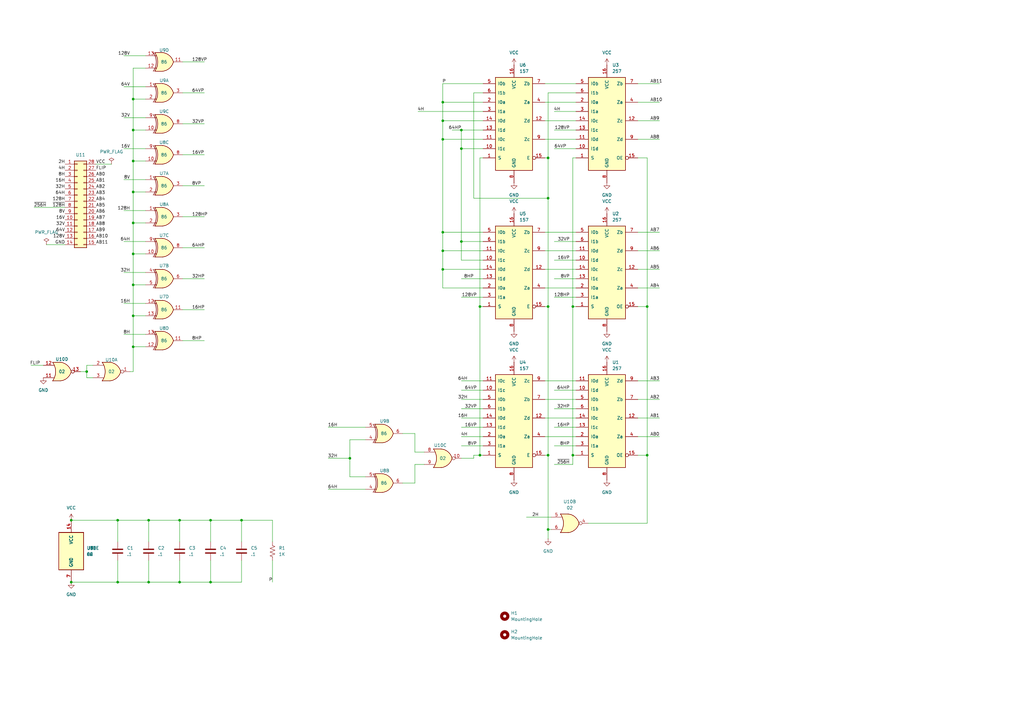
<source format=kicad_sch>
(kicad_sch (version 20231120) (generator "eeschema") (generator_version "8.0")
  (paper "A3")
  (lib_symbols
    (symbol "74LS157_1" (pin_names (offset 1.016))
      (property "Reference" "U4" (at 2.1941 22.86 0))
      (property "Value" "74LS157" (at 2.1941 20.32 0))
      (symbol "74LS157_1_1_0"
        (pin input line (at -12.7 -15.24 0) (length 5.08) (name "S") (number "1"))
        (pin input line (at -12.7 11.43 0) (length 5.08) (name "I1c") (number "10"))
        (pin input line (at -12.7 15.24 0) (length 5.08) (name "I0c") (number "11"))
        (pin output line (at 12.7 0 180) (length 5.08) (name "Zd") (number "12"))
        (pin input line (at -12.7 -3.81 0) (length 5.08) (name "I1d") (number "13"))
        (pin input line (at -12.7 0 0) (length 5.08) (name "I0d") (number "14"))
        (pin input inverted (at 12.7 -15.24 180) (length 5.08) (name "E") (number "15"))
        (pin power_in line (at 0 22.86 270) (length 5.08) (name "VCC") (number "16"))
        (pin input line (at -12.7 -7.62 0) (length 5.08) (name "I0a") (number "2"))
        (pin input line (at -12.7 -11.43 0) (length 5.08) (name "I1a") (number "3"))
        (pin output line (at 12.7 -7.62 180) (length 5.08) (name "Za") (number "4"))
        (pin input line (at -12.7 7.62 0) (length 5.08) (name "I0b") (number "5"))
        (pin input line (at -12.7 3.81 0) (length 5.08) (name "I1b") (number "6"))
        (pin output line (at 12.7 7.62 180) (length 5.08) (name "Zb") (number "7"))
        (pin power_in line (at 0 -25.4 90) (length 5.08) (name "GND") (number "8"))
        (pin output line (at 12.7 15.24 180) (length 5.08) (name "Zc") (number "9"))
      )
    )
    (symbol "74LS157_3" (pin_names (offset 1.016))
      (property "Reference" "U5" (at 2.1941 22.86 0))
      (property "Value" "74LS157" (at 2.1941 20.32 0))
      (symbol "74LS157_3_1_0"
        (pin input line (at -12.7 -15.24 0) (length 5.08) (name "S") (number "1"))
        (pin input line (at -12.7 3.81 0) (length 5.08) (name "I1c") (number "10"))
        (pin input line (at -12.7 7.62 0) (length 5.08) (name "I0c") (number "11"))
        (pin output line (at 12.7 0 180) (length 5.08) (name "Zd") (number "12"))
        (pin input line (at -12.7 -3.81 0) (length 5.08) (name "I1d") (number "13"))
        (pin input line (at -12.7 0 0) (length 5.08) (name "I0d") (number "14"))
        (pin input inverted (at 12.7 -15.24 180) (length 5.08) (name "E") (number "15"))
        (pin power_in line (at 0 22.86 270) (length 5.08) (name "VCC") (number "16"))
        (pin input line (at -12.7 -7.62 0) (length 5.08) (name "I0a") (number "2"))
        (pin input line (at -12.7 -11.43 0) (length 5.08) (name "I1a") (number "3"))
        (pin output line (at 12.7 -7.62 180) (length 5.08) (name "Za") (number "4"))
        (pin input line (at -12.7 15.24 0) (length 5.08) (name "I0b") (number "5"))
        (pin input line (at -12.7 11.43 0) (length 5.08) (name "I1b") (number "6"))
        (pin output line (at 12.7 15.24 180) (length 5.08) (name "Zb") (number "7"))
        (pin power_in line (at 0 -25.4 90) (length 5.08) (name "GND") (number "8"))
        (pin output line (at 12.7 7.62 180) (length 5.08) (name "Zc") (number "9"))
      )
    )
    (symbol "74LS257_1" (pin_names (offset 1.016))
      (property "Reference" "U2" (at 2.1941 22.86 0))
      (property "Value" "74LS257" (at 2.1941 20.32 0))
      (symbol "74LS257_1_1_0"
        (pin input line (at -12.7 -15.24 0) (length 5.08) (name "S") (number "1"))
        (pin input line (at -12.7 3.81 0) (length 5.08) (name "I1d") (number "10"))
        (pin input line (at -12.7 7.62 0) (length 5.08) (name "I0d") (number "11"))
        (pin tri_state line (at 12.7 0 180) (length 5.08) (name "Zc") (number "12"))
        (pin input line (at -12.7 -3.81 0) (length 5.08) (name "I1c") (number "13"))
        (pin input line (at -12.7 0 0) (length 5.08) (name "I0c") (number "14"))
        (pin input inverted (at 12.7 -15.24 180) (length 5.08) (name "OE") (number "15"))
        (pin power_in line (at 0 22.86 270) (length 5.08) (name "VCC") (number "16"))
        (pin input line (at -12.7 -7.62 0) (length 5.08) (name "I0a") (number "2"))
        (pin input line (at -12.7 -11.43 0) (length 5.08) (name "I1a") (number "3"))
        (pin tri_state line (at 12.7 -7.62 180) (length 5.08) (name "Za") (number "4"))
        (pin input line (at -12.7 15.24 0) (length 5.08) (name "I0b") (number "5"))
        (pin input line (at -12.7 11.43 0) (length 5.08) (name "I1b") (number "6"))
        (pin tri_state line (at 12.7 15.24 180) (length 5.08) (name "Zb") (number "7"))
        (pin power_in line (at 0 -25.4 90) (length 5.08) (name "GND") (number "8"))
        (pin tri_state line (at 12.7 7.62 180) (length 5.08) (name "Zd") (number "9"))
      )
    )
    (symbol "74LS257_2" (pin_names (offset 1.016))
      (property "Reference" "U1" (at 2.1941 22.86 0))
      (property "Value" "74LS257" (at 2.1941 20.32 0))
      (symbol "74LS257_2_1_0"
        (pin input line (at -12.7 -15.24 0) (length 5.08) (name "S") (number "1"))
        (pin input line (at -12.7 11.43 0) (length 5.08) (name "I1d") (number "10"))
        (pin input line (at -12.7 15.24 0) (length 5.08) (name "I0d") (number "11"))
        (pin tri_state line (at 12.7 0 180) (length 5.08) (name "Zc") (number "12"))
        (pin input line (at -12.7 -3.81 0) (length 5.08) (name "I1c") (number "13"))
        (pin input line (at -12.7 0 0) (length 5.08) (name "I0c") (number "14"))
        (pin input inverted (at 12.7 -15.24 180) (length 5.08) (name "OE") (number "15"))
        (pin power_in line (at 0 22.86 270) (length 5.08) (name "VCC") (number "16"))
        (pin input line (at -12.7 -7.62 0) (length 5.08) (name "I0a") (number "2"))
        (pin input line (at -12.7 -11.43 0) (length 5.08) (name "I1a") (number "3"))
        (pin tri_state line (at 12.7 -7.62 180) (length 5.08) (name "Za") (number "4"))
        (pin input line (at -12.7 7.62 0) (length 5.08) (name "I0b") (number "5"))
        (pin input line (at -12.7 3.81 0) (length 5.08) (name "I1b") (number "6"))
        (pin tri_state line (at 12.7 7.62 180) (length 5.08) (name "Zb") (number "7"))
        (pin power_in line (at 0 -25.4 90) (length 5.08) (name "GND") (number "8"))
        (pin tri_state line (at 12.7 15.24 180) (length 5.08) (name "Zd") (number "9"))
      )
    )
    (symbol "74xx:74LS02" (pin_names (offset 1.016))
      (property "Reference" "U" (at 0 1.27 0))
      (property "Value" "74LS02" (at 0 -1.27 0))
      (symbol "74LS02_1_1"
        (pin output inverted (at 7.62 0 180) (length 3.81) (name "~") (number "1"))
        (pin input line (at -7.62 2.54 0) (length 4.318) (name "~") (number "2"))
        (pin input line (at -7.62 -2.54 0) (length 4.318) (name "~") (number "3"))
      )
      (symbol "74LS02_1_2"
        (pin output line (at 7.62 0 180) (length 3.81) (name "~") (number "1"))
        (pin input inverted (at -7.62 2.54 0) (length 3.81) (name "~") (number "2"))
        (pin input inverted (at -7.62 -2.54 0) (length 3.81) (name "~") (number "3"))
      )
      (symbol "74LS02_2_1"
        (pin output inverted (at 7.62 0 180) (length 3.81) (name "~") (number "4"))
        (pin input line (at -7.62 2.54 0) (length 4.318) (name "~") (number "5"))
        (pin input line (at -7.62 -2.54 0) (length 4.318) (name "~") (number "6"))
      )
      (symbol "74LS02_2_2"
        (pin output line (at 7.62 0 180) (length 3.81) (name "~") (number "4"))
        (pin input inverted (at -7.62 2.54 0) (length 3.81) (name "~") (number "5"))
        (pin input inverted (at -7.62 -2.54 0) (length 3.81) (name "~") (number "6"))
      )
      (symbol "74LS02_3_1"
        (pin output inverted (at 7.62 0 180) (length 3.81) (name "~") (number "10"))
        (pin input line (at -7.62 2.54 0) (length 4.318) (name "~") (number "8"))
        (pin input line (at -7.62 -2.54 0) (length 4.318) (name "~") (number "9"))
      )
      (symbol "74LS02_3_2"
        (pin output line (at 7.62 0 180) (length 3.81) (name "~") (number "10"))
        (pin input inverted (at -7.62 2.54 0) (length 3.81) (name "~") (number "8"))
        (pin input inverted (at -7.62 -2.54 0) (length 3.81) (name "~") (number "9"))
      )
      (symbol "74LS02_4_1"
        (pin input line (at -7.62 2.54 0) (length 4.318) (name "~") (number "11"))
        (pin input line (at -7.62 -2.54 0) (length 4.318) (name "~") (number "12"))
        (pin output inverted (at 7.62 0 180) (length 3.81) (name "~") (number "13"))
      )
      (symbol "74LS02_4_2"
        (pin input inverted (at -7.62 2.54 0) (length 3.81) (name "~") (number "11"))
        (pin input inverted (at -7.62 -2.54 0) (length 3.81) (name "~") (number "12"))
        (pin output line (at 7.62 0 180) (length 3.81) (name "~") (number "13"))
      )
      (symbol "74LS02_5_0"
        (pin power_in line (at 0 12.7 270) (length 5.08) (name "VCC") (number "14"))
        (pin power_in line (at 0 -12.7 90) (length 5.08) (name "GND") (number "7"))
      )
    )
    (symbol "74xx:74LS86" (pin_names (offset 1.016))
      (property "Reference" "U" (at 0 1.27 0))
      (property "Value" "74LS86" (at 0 -1.27 0))
      (symbol "74LS86_1_0"
        (pin input line (at -7.62 2.54 0) (length 4.445) (name "~") (number "1"))
        (pin input line (at -7.62 -2.54 0) (length 4.445) (name "~") (number "2"))
        (pin output line (at 7.62 0 180) (length 3.81) (name "~") (number "3"))
      )
      (symbol "74LS86_2_0"
        (pin input line (at -7.62 2.54 0) (length 4.445) (name "~") (number "4"))
        (pin input line (at -7.62 -2.54 0) (length 4.445) (name "~") (number "5"))
        (pin output line (at 7.62 0 180) (length 3.81) (name "~") (number "6"))
      )
      (symbol "74LS86_3_0"
        (pin input line (at -7.62 -2.54 0) (length 4.445) (name "~") (number "10"))
        (pin output line (at 7.62 0 180) (length 3.81) (name "~") (number "8"))
        (pin input line (at -7.62 2.54 0) (length 4.445) (name "~") (number "9"))
      )
      (symbol "74LS86_4_0"
        (pin output line (at 7.62 0 180) (length 3.81) (name "~") (number "11"))
        (pin input line (at -7.62 2.54 0) (length 4.445) (name "~") (number "12"))
        (pin input line (at -7.62 -2.54 0) (length 4.445) (name "~") (number "13"))
      )
      (symbol "74LS86_5_0"
        (pin power_in line (at 0 12.7 270) (length 5.08) (name "VCC") (number "14"))
        (pin power_in line (at 0 -12.7 90) (length 5.08) (name "GND") (number "7"))
      )
    )
    (symbol "Connector_Generic:Conn_02x14_Counter_Clockwise" (pin_names (offset 1.016) hide)
      (property "Reference" "J" (at 1.27 17.78 0))
      (property "Value" "Conn_02x14_Counter_Clockwise" (at 1.27 -20.32 0))
      (symbol "Conn_02x14_Counter_Clockwise_1_1"
        (pin passive line (at -5.08 15.24 0) (length 3.81) (name "Pin_1") (number "1"))
        (pin passive line (at -5.08 -7.62 0) (length 3.81) (name "Pin_10") (number "10"))
        (pin passive line (at -5.08 -10.16 0) (length 3.81) (name "Pin_11") (number "11"))
        (pin passive line (at -5.08 -12.7 0) (length 3.81) (name "Pin_12") (number "12"))
        (pin passive line (at -5.08 -15.24 0) (length 3.81) (name "Pin_13") (number "13"))
        (pin passive line (at -5.08 -17.78 0) (length 3.81) (name "Pin_14") (number "14"))
        (pin passive line (at 7.62 -17.78 180) (length 3.81) (name "Pin_15") (number "15"))
        (pin passive line (at 7.62 -15.24 180) (length 3.81) (name "Pin_16") (number "16"))
        (pin passive line (at 7.62 -12.7 180) (length 3.81) (name "Pin_17") (number "17"))
        (pin passive line (at 7.62 -10.16 180) (length 3.81) (name "Pin_18") (number "18"))
        (pin passive line (at 7.62 -7.62 180) (length 3.81) (name "Pin_19") (number "19"))
        (pin passive line (at -5.08 12.7 0) (length 3.81) (name "Pin_2") (number "2"))
        (pin passive line (at 7.62 -5.08 180) (length 3.81) (name "Pin_20") (number "20"))
        (pin passive line (at 7.62 -2.54 180) (length 3.81) (name "Pin_21") (number "21"))
        (pin passive line (at 7.62 0 180) (length 3.81) (name "Pin_22") (number "22"))
        (pin passive line (at 7.62 2.54 180) (length 3.81) (name "Pin_23") (number "23"))
        (pin passive line (at 7.62 5.08 180) (length 3.81) (name "Pin_24") (number "24"))
        (pin passive line (at 7.62 7.62 180) (length 3.81) (name "Pin_25") (number "25"))
        (pin passive line (at 7.62 10.16 180) (length 3.81) (name "Pin_26") (number "26"))
        (pin passive line (at 7.62 12.7 180) (length 3.81) (name "Pin_27") (number "27"))
        (pin passive line (at 7.62 15.24 180) (length 3.81) (name "Pin_28") (number "28"))
        (pin passive line (at -5.08 10.16 0) (length 3.81) (name "Pin_3") (number "3"))
        (pin passive line (at -5.08 7.62 0) (length 3.81) (name "Pin_4") (number "4"))
        (pin passive line (at -5.08 5.08 0) (length 3.81) (name "Pin_5") (number "5"))
        (pin passive line (at -5.08 2.54 0) (length 3.81) (name "Pin_6") (number "6"))
        (pin passive line (at -5.08 0 0) (length 3.81) (name "Pin_7") (number "7"))
        (pin passive line (at -5.08 -2.54 0) (length 3.81) (name "Pin_8") (number "8"))
        (pin passive line (at -5.08 -5.08 0) (length 3.81) (name "Pin_9") (number "9"))
      )
    )
    (symbol "Device:C" (pin_numbers hide) (pin_names (offset 0.254))
      (property "Reference" "C" (at 0.635 2.54 0))
      (property "Value" "C" (at 0.635 -2.54 0))
      (symbol "C_1_1"
        (pin passive line (at 0 3.81 270) (length 2.794) (name "~") (number "1"))
        (pin passive line (at 0 -3.81 90) (length 2.794) (name "~") (number "2"))
      )
    )
    (symbol "Device:R_US" (pin_numbers hide) (pin_names (offset 0))
      (property "Reference" "R" (at 2.54 0 90))
      (property "Value" "R_US" (at -2.54 0 90))
      (symbol "R_US_1_1"
        (pin passive line (at 0 3.81 270) (length 1.27) (name "~") (number "1"))
        (pin passive line (at 0 -3.81 90) (length 1.27) (name "~") (number "2"))
      )
    )
    (symbol "Mechanical:MountingHole" (pin_names (offset 1.016)) (exclude_from_sim yes) (in_bom no)
      (property "Reference" "H" (at 0 5.08 0))
      (property "Value" "MountingHole" (at 0 3.175 0))
    )
    (symbol "VRAMLIB:74LS157" (pin_names (offset 1.016))
      (property "Reference" "U" (at -7.62 19.05 0))
      (property "Value" "74LS157" (at -7.62 -21.59 0))
      (symbol "74LS157_1_0"
        (pin input line (at -12.7 -15.24 0) (length 5.08) (name "S") (number "1"))
        (pin input line (at -12.7 -11.43 0) (length 5.08) (name "I1c") (number "10"))
        (pin input line (at -12.7 -7.62 0) (length 5.08) (name "I0c") (number "11"))
        (pin output line (at 12.7 0 180) (length 5.08) (name "Zd") (number "12"))
        (pin input line (at -12.7 -3.81 0) (length 5.08) (name "I1d") (number "13"))
        (pin input line (at -12.7 0 0) (length 5.08) (name "I0d") (number "14"))
        (pin input inverted (at 12.7 -15.24 180) (length 5.08) (name "E") (number "15"))
        (pin power_in line (at 0 22.86 270) (length 5.08) (name "VCC") (number "16"))
        (pin input line (at -12.7 7.62 0) (length 5.08) (name "I0a") (number "2"))
        (pin input line (at -12.7 3.81 0) (length 5.08) (name "I1a") (number "3"))
        (pin output line (at 12.7 7.62 180) (length 5.08) (name "Za") (number "4"))
        (pin input line (at -12.7 15.24 0) (length 5.08) (name "I0b") (number "5"))
        (pin input line (at -12.7 11.43 0) (length 5.08) (name "I1b") (number "6"))
        (pin output line (at 12.7 15.24 180) (length 5.08) (name "Zb") (number "7"))
        (pin power_in line (at 0 -25.4 90) (length 5.08) (name "GND") (number "8"))
        (pin output line (at 12.7 -7.62 180) (length 5.08) (name "Zc") (number "9"))
      )
    )
    (symbol "VRAMLIB:74LS257" (pin_names (offset 1.016))
      (property "Reference" "U3" (at 2.1941 22.86 0))
      (property "Value" "74LS257" (at 2.1941 20.32 0))
      (symbol "74LS257_1_0"
        (pin input line (at -12.7 -15.24 0) (length 5.08) (name "S") (number "1"))
        (pin input line (at -12.7 -11.43 0) (length 5.08) (name "I1d") (number "10"))
        (pin input line (at -12.7 -7.62 0) (length 5.08) (name "I0d") (number "11"))
        (pin tri_state line (at 12.7 0 180) (length 5.08) (name "Zc") (number "12"))
        (pin input line (at -12.7 -3.81 0) (length 5.08) (name "I1c") (number "13"))
        (pin input line (at -12.7 0 0) (length 5.08) (name "I0c") (number "14"))
        (pin input inverted (at 12.7 -15.24 180) (length 5.08) (name "OE") (number "15"))
        (pin power_in line (at 0 22.86 270) (length 5.08) (name "VCC") (number "16"))
        (pin input line (at -12.7 7.62 0) (length 5.08) (name "I0a") (number "2"))
        (pin input line (at -12.7 3.81 0) (length 5.08) (name "I1a") (number "3"))
        (pin tri_state line (at 12.7 7.62 180) (length 5.08) (name "Za") (number "4"))
        (pin input line (at -12.7 15.24 0) (length 5.08) (name "I0b") (number "5"))
        (pin input line (at -12.7 11.43 0) (length 5.08) (name "I1b") (number "6"))
        (pin tri_state line (at 12.7 15.24 180) (length 5.08) (name "Zb") (number "7"))
        (pin power_in line (at 0 -25.4 90) (length 5.08) (name "GND") (number "8"))
        (pin tri_state line (at 12.7 -7.62 180) (length 5.08) (name "Zd") (number "9"))
      )
    )
    (symbol "power:GND" (power) (pin_numbers hide) (pin_names (offset 0) hide)
      (property "Value" "GND" (at 0 -3.81 0))
      (symbol "GND_1_1"
        (pin power_in line (at 0 0 270) (length 0) (name "~") (number "1"))
      )
    )
    (symbol "power:PWR_FLAG" (power) (pin_numbers hide) (pin_names (offset 0) hide)
      (property "Value" "PWR_FLAG" (at 0 3.81 0))
      (symbol "PWR_FLAG_0_0"
        (pin power_out line (at 0 0 90) (length 0) (name "~") (number "1"))
      )
    )
    (symbol "power:VCC" (power) (pin_numbers hide) (pin_names (offset 0) hide)
      (property "Value" "VCC" (at 0 3.556 0))
      (symbol "VCC_1_1"
        (pin power_in line (at 0 0 90) (length 0) (name "~") (number "1"))
      )
    )
  )
  (junction (at 29.21 238.76))
  (junction (at 189.23 60.96))
  (junction (at 54.61 129.54))
  (junction (at 265.43 186.69))
  (junction (at 86.36 238.76))
  (junction (at 234.95 125.73))
  (junction (at 181.61 95.25))
  (junction (at 54.61 91.44))
  (junction (at 265.43 125.73))
  (junction (at 54.61 66.04))
  (junction (at 54.61 116.84))
  (junction (at 224.79 217.17))
  (junction (at 48.26 238.76))
  (junction (at 189.23 99.06))
  (junction (at 234.95 186.69))
  (junction (at 73.66 238.76))
  (junction (at 73.66 213.36))
  (junction (at 60.96 238.76))
  (junction (at 224.79 64.77))
  (junction (at 189.23 53.34))
  (junction (at 86.36 213.36))
  (junction (at 35.56 152.4))
  (junction (at 196.85 186.69))
  (junction (at 48.26 213.36))
  (junction (at 54.61 53.34))
  (junction (at 54.61 78.74))
  (junction (at 181.61 49.53))
  (junction (at 29.21 213.36))
  (junction (at 54.61 104.14))
  (junction (at 60.96 213.36))
  (junction (at 196.85 125.73))
  (junction (at 181.61 110.49))
  (junction (at 54.61 142.24))
  (junction (at 224.79 81.28))
  (junction (at 99.06 213.36))
  (junction (at 54.61 40.64))
  (junction (at 181.61 57.15))
  (junction (at 181.61 102.87))
  (junction (at 224.79 186.69))
  (junction (at 181.61 41.91))
  (junction (at 143.51 187.96))
  (junction (at 224.79 125.73))
  (wire (pts (xy 181.61 102.87) (xy 198.12 102.87)))
  (wire (pts (xy 181.61 110.49) (xy 181.61 118.11)))
  (wire (pts (xy 261.62 34.29) (xy 270.51 34.29)))
  (wire (pts (xy 223.52 57.15) (xy 236.22 57.15)))
  (wire (pts (xy 134.62 187.96) (xy 143.51 187.96)))
  (wire (pts (xy 181.61 41.91) (xy 181.61 49.53)))
  (wire (pts (xy 143.51 180.34) (xy 143.51 187.96)))
  (wire (pts (xy 86.36 213.36) (xy 99.06 213.36)))
  (wire (pts (xy 198.12 64.77) (xy 196.85 64.77)))
  (wire (pts (xy 194.31 81.28) (xy 194.31 38.1)))
  (wire (pts (xy 189.23 175.26) (xy 198.12 175.26)))
  (wire (pts (xy 170.18 198.12) (xy 170.18 190.5)))
  (wire (pts (xy 181.61 41.91) (xy 198.12 41.91)))
  (wire (pts (xy 149.86 180.34) (xy 143.51 180.34)))
  (wire (pts (xy 185.42 53.34) (xy 189.23 53.34)))
  (wire (pts (xy 189.23 114.3) (xy 198.12 114.3)))
  (wire (pts (xy 60.96 213.36) (xy 60.96 222.25)))
  (wire (pts (xy 54.61 91.44) (xy 54.61 104.14)))
  (wire (pts (xy 224.79 81.28) (xy 194.31 81.28)))
  (wire (pts (xy 224.79 81.28) (xy 224.79 125.73)))
  (wire (pts (xy 50.8 22.86) (xy 59.69 22.86)))
  (wire (pts (xy 261.62 118.11) (xy 270.51 118.11)))
  (wire (pts (xy 50.8 99.06) (xy 59.69 99.06)))
  (wire (pts (xy 54.61 142.24) (xy 59.69 142.24)))
  (wire (pts (xy 74.93 76.2) (xy 83.82 76.2)))
  (wire (pts (xy 227.33 106.68) (xy 236.22 106.68)))
  (wire (pts (xy 227.33 190.5) (xy 234.95 190.5)))
  (wire (pts (xy 35.56 154.94) (xy 38.1 154.94)))
  (wire (pts (xy 54.61 40.64) (xy 54.61 53.34)))
  (wire (pts (xy 143.51 195.58) (xy 149.86 195.58)))
  (wire (pts (xy 189.23 156.21) (xy 198.12 156.21)))
  (wire (pts (xy 170.18 185.42) (xy 173.99 185.42)))
  (wire (pts (xy 54.61 116.84) (xy 54.61 129.54)))
  (wire (pts (xy 54.61 78.74) (xy 59.69 78.74)))
  (wire (pts (xy 33.02 152.4) (xy 35.56 152.4)))
  (wire (pts (xy 86.36 229.87) (xy 86.36 238.76)))
  (wire (pts (xy 35.56 149.86) (xy 35.56 152.4)))
  (wire (pts (xy 261.62 156.21) (xy 270.51 156.21)))
  (wire (pts (xy 59.69 27.94) (xy 54.61 27.94)))
  (wire (pts (xy 74.93 25.4) (xy 83.82 25.4)))
  (wire (pts (xy 189.23 106.68) (xy 198.12 106.68)))
  (wire (pts (xy 73.66 238.76) (xy 86.36 238.76)))
  (wire (pts (xy 74.93 38.1) (xy 83.82 38.1)))
  (wire (pts (xy 194.31 186.69) (xy 196.85 186.69)))
  (wire (pts (xy 189.23 99.06) (xy 189.23 106.68)))
  (wire (pts (xy 181.61 57.15) (xy 181.61 95.25)))
  (wire (pts (xy 261.62 95.25) (xy 270.51 95.25)))
  (wire (pts (xy 143.51 187.96) (xy 143.51 195.58)))
  (wire (pts (xy 265.43 64.77) (xy 265.43 125.73)))
  (wire (pts (xy 261.62 179.07) (xy 270.51 179.07)))
  (wire (pts (xy 227.33 45.72) (xy 236.22 45.72)))
  (wire (pts (xy 227.33 121.92) (xy 236.22 121.92)))
  (wire (pts (xy 189.23 182.88) (xy 198.12 182.88)))
  (wire (pts (xy 223.52 171.45) (xy 236.22 171.45)))
  (wire (pts (xy 50.8 73.66) (xy 59.69 73.66)))
  (wire (pts (xy 54.61 53.34) (xy 54.61 66.04)))
  (wire (pts (xy 227.33 53.34) (xy 236.22 53.34)))
  (wire (pts (xy 54.61 91.44) (xy 59.69 91.44)))
  (wire (pts (xy 189.23 53.34) (xy 189.23 60.96)))
  (wire (pts (xy 74.93 127) (xy 83.82 127)))
  (wire (pts (xy 74.93 139.7) (xy 83.82 139.7)))
  (wire (pts (xy 189.23 167.64) (xy 198.12 167.64)))
  (wire (pts (xy 189.23 121.92) (xy 198.12 121.92)))
  (wire (pts (xy 223.52 179.07) (xy 236.22 179.07)))
  (wire (pts (xy 54.61 27.94) (xy 54.61 40.64)))
  (wire (pts (xy 261.62 57.15) (xy 270.51 57.15)))
  (wire (pts (xy 227.33 182.88) (xy 236.22 182.88)))
  (wire (pts (xy 54.61 116.84) (xy 59.69 116.84)))
  (wire (pts (xy 224.79 38.1) (xy 224.79 64.77)))
  (wire (pts (xy 48.26 213.36) (xy 48.26 222.25)))
  (wire (pts (xy 54.61 53.34) (xy 59.69 53.34)))
  (wire (pts (xy 74.93 101.6) (xy 83.82 101.6)))
  (wire (pts (xy 54.61 78.74) (xy 54.61 91.44)))
  (wire (pts (xy 189.23 99.06) (xy 198.12 99.06)))
  (wire (pts (xy 227.33 160.02) (xy 236.22 160.02)))
  (wire (pts (xy 134.62 200.66) (xy 149.86 200.66)))
  (wire (pts (xy 223.52 34.29) (xy 236.22 34.29)))
  (wire (pts (xy 189.23 179.07) (xy 198.12 179.07)))
  (wire (pts (xy 236.22 38.1) (xy 224.79 38.1)))
  (wire (pts (xy 170.18 177.8) (xy 170.18 185.42)))
  (wire (pts (xy 196.85 125.73) (xy 198.12 125.73)))
  (wire (pts (xy 73.66 213.36) (xy 73.66 222.25)))
  (wire (pts (xy 181.61 49.53) (xy 198.12 49.53)))
  (wire (pts (xy 53.34 152.4) (xy 54.61 152.4)))
  (wire (pts (xy 50.8 35.56) (xy 59.69 35.56)))
  (wire (pts (xy 99.06 213.36) (xy 111.76 213.36)))
  (wire (pts (xy 189.23 187.96) (xy 194.31 187.96)))
  (wire (pts (xy 189.23 163.83) (xy 198.12 163.83)))
  (wire (pts (xy 50.8 111.76) (xy 59.69 111.76)))
  (wire (pts (xy 261.62 163.83) (xy 270.51 163.83)))
  (wire (pts (xy 223.52 95.25) (xy 236.22 95.25)))
  (wire (pts (xy 35.56 152.4) (xy 35.56 154.94)))
  (wire (pts (xy 29.21 238.76) (xy 48.26 238.76)))
  (wire (pts (xy 60.96 229.87) (xy 60.96 238.76)))
  (wire (pts (xy 181.61 34.29) (xy 198.12 34.29)))
  (wire (pts (xy 189.23 171.45) (xy 198.12 171.45)))
  (wire (pts (xy 265.43 214.63) (xy 265.43 186.69)))
  (wire (pts (xy 223.52 110.49) (xy 236.22 110.49)))
  (wire (pts (xy 54.61 129.54) (xy 54.61 142.24)))
  (wire (pts (xy 194.31 38.1) (xy 198.12 38.1)))
  (wire (pts (xy 86.36 213.36) (xy 86.36 222.25)))
  (wire (pts (xy 224.79 125.73) (xy 223.52 125.73)))
  (wire (pts (xy 227.33 175.26) (xy 236.22 175.26)))
  (wire (pts (xy 261.62 64.77) (xy 265.43 64.77)))
  (wire (pts (xy 181.61 95.25) (xy 198.12 95.25)))
  (wire (pts (xy 54.61 40.64) (xy 59.69 40.64)))
  (wire (pts (xy 54.61 129.54) (xy 59.69 129.54)))
  (wire (pts (xy 234.95 186.69) (xy 236.22 186.69)))
  (wire (pts (xy 54.61 66.04) (xy 54.61 78.74)))
  (wire (pts (xy 111.76 213.36) (xy 111.76 222.25)))
  (wire (pts (xy 261.62 41.91) (xy 270.51 41.91)))
  (wire (pts (xy 29.21 213.36) (xy 48.26 213.36)))
  (wire (pts (xy 50.8 86.36) (xy 59.69 86.36)))
  (wire (pts (xy 234.95 186.69) (xy 234.95 190.5)))
  (wire (pts (xy 223.52 163.83) (xy 236.22 163.83)))
  (wire (pts (xy 50.8 137.16) (xy 59.69 137.16)))
  (wire (pts (xy 265.43 125.73) (xy 261.62 125.73)))
  (wire (pts (xy 48.26 213.36) (xy 60.96 213.36)))
  (wire (pts (xy 181.61 110.49) (xy 198.12 110.49)))
  (wire (pts (xy 50.8 60.96) (xy 59.69 60.96)))
  (wire (pts (xy 189.23 60.96) (xy 198.12 60.96)))
  (wire (pts (xy 265.43 125.73) (xy 265.43 186.69)))
  (wire (pts (xy 99.06 229.87) (xy 99.06 238.76)))
  (wire (pts (xy 189.23 53.34) (xy 198.12 53.34)))
  (wire (pts (xy 196.85 64.77) (xy 196.85 125.73)))
  (wire (pts (xy 12.7 149.86) (xy 17.78 149.86)))
  (wire (pts (xy 73.66 213.36) (xy 86.36 213.36)))
  (wire (pts (xy 73.66 229.87) (xy 73.66 238.76)))
  (wire (pts (xy 227.33 114.3) (xy 236.22 114.3)))
  (wire (pts (xy 170.18 190.5) (xy 173.99 190.5)))
  (wire (pts (xy 54.61 152.4) (xy 54.61 142.24)))
  (wire (pts (xy 74.93 114.3) (xy 83.82 114.3)))
  (wire (pts (xy 223.52 118.11) (xy 236.22 118.11)))
  (wire (pts (xy 241.3 214.63) (xy 265.43 214.63)))
  (wire (pts (xy 54.61 66.04) (xy 59.69 66.04)))
  (wire (pts (xy 181.61 102.87) (xy 181.61 110.49)))
  (wire (pts (xy 224.79 125.73) (xy 224.79 186.69)))
  (wire (pts (xy 189.23 60.96) (xy 189.23 99.06)))
  (wire (pts (xy 261.62 186.69) (xy 265.43 186.69)))
  (wire (pts (xy 224.79 64.77) (xy 224.79 81.28)))
  (wire (pts (xy 261.62 49.53) (xy 270.51 49.53)))
  (wire (pts (xy 236.22 64.77) (xy 234.95 64.77)))
  (wire (pts (xy 224.79 217.17) (xy 224.79 220.98)))
  (wire (pts (xy 224.79 217.17) (xy 226.06 217.17)))
  (wire (pts (xy 13.97 85.09) (xy 26.67 85.09)))
  (wire (pts (xy 223.52 102.87) (xy 236.22 102.87)))
  (wire (pts (xy 165.1 198.12) (xy 170.18 198.12)))
  (wire (pts (xy 181.61 34.29) (xy 181.61 41.91)))
  (wire (pts (xy 111.76 229.87) (xy 111.76 238.76)))
  (wire (pts (xy 227.33 167.64) (xy 236.22 167.64)))
  (wire (pts (xy 234.95 125.73) (xy 234.95 186.69)))
  (wire (pts (xy 223.52 41.91) (xy 236.22 41.91)))
  (wire (pts (xy 54.61 104.14) (xy 59.69 104.14)))
  (wire (pts (xy 261.62 110.49) (xy 270.51 110.49)))
  (wire (pts (xy 234.95 64.77) (xy 234.95 125.73)))
  (wire (pts (xy 165.1 177.8) (xy 170.18 177.8)))
  (wire (pts (xy 223.52 156.21) (xy 236.22 156.21)))
  (wire (pts (xy 86.36 238.76) (xy 99.06 238.76)))
  (wire (pts (xy 38.1 149.86) (xy 35.56 149.86)))
  (wire (pts (xy 99.06 213.36) (xy 99.06 222.25)))
  (wire (pts (xy 39.37 67.31) (xy 45.72 67.31)))
  (wire (pts (xy 224.79 186.69) (xy 224.79 217.17)))
  (wire (pts (xy 74.93 88.9) (xy 83.82 88.9)))
  (wire (pts (xy 60.96 238.76) (xy 73.66 238.76)))
  (wire (pts (xy 48.26 238.76) (xy 60.96 238.76)))
  (wire (pts (xy 74.93 50.8) (xy 83.82 50.8)))
  (wire (pts (xy 48.26 229.87) (xy 48.26 238.76)))
  (wire (pts (xy 19.05 100.33) (xy 26.67 100.33)))
  (wire (pts (xy 224.79 186.69) (xy 223.52 186.69)))
  (wire (pts (xy 181.61 118.11) (xy 198.12 118.11)))
  (wire (pts (xy 196.85 125.73) (xy 196.85 186.69)))
  (wire (pts (xy 181.61 95.25) (xy 181.61 102.87)))
  (wire (pts (xy 215.9 212.09) (xy 226.06 212.09)))
  (wire (pts (xy 194.31 187.96) (xy 194.31 186.69)))
  (wire (pts (xy 74.93 63.5) (xy 83.82 63.5)))
  (wire (pts (xy 50.8 48.26) (xy 59.69 48.26)))
  (wire (pts (xy 189.23 160.02) (xy 198.12 160.02)))
  (wire (pts (xy 54.61 104.14) (xy 54.61 116.84)))
  (wire (pts (xy 261.62 102.87) (xy 270.51 102.87)))
  (wire (pts (xy 181.61 49.53) (xy 181.61 57.15)))
  (wire (pts (xy 236.22 125.73) (xy 234.95 125.73)))
  (wire (pts (xy 223.52 49.53) (xy 236.22 49.53)))
  (wire (pts (xy 134.62 175.26) (xy 149.86 175.26)))
  (wire (pts (xy 261.62 171.45) (xy 270.51 171.45)))
  (wire (pts (xy 60.96 213.36) (xy 73.66 213.36)))
  (wire (pts (xy 181.61 57.15) (xy 198.12 57.15)))
  (wire (pts (xy 50.8 124.46) (xy 59.69 124.46)))
  (wire (pts (xy 227.33 60.96) (xy 236.22 60.96)))
  (wire (pts (xy 224.79 64.77) (xy 223.52 64.77)))
  (wire (pts (xy 227.33 99.06) (xy 236.22 99.06)))
  (wire (pts (xy 171.45 45.72) (xy 198.12 45.72)))
  (wire (pts (xy 196.85 186.69) (xy 198.12 186.69)))
  (label "32H" (at 53.34 111.76 180))
  (label "GND" (at 26.67 100.33 180))
  (label "64HP" (at 233.68 160.02 180))
  (label "16HP" (at 233.68 175.26 180))
  (label "AB1" (at 39.37 74.93 0))
  (label "AB2" (at 266.7 163.83 0))
  (label "32HP" (at 233.68 167.64 180))
  (label "32HP" (at 78.74 114.3 0))
  (label "AB8" (at 266.7 57.15 0))
  (label "AB3" (at 39.37 80.01 0))
  (label "P" (at 182.88 34.29 180))
  (label "~{128H}" (at 26.67 85.09 180))
  (label "FLIP" (at 16.51 149.86 180))
  (label "64V" (at 26.67 95.25 180))
  (label "64VP" (at 195.58 160.02 180))
  (label "8VP" (at 233.68 114.3 180))
  (label "32VP" (at 195.58 167.64 180))
  (label "2H" (at 26.67 67.31 180))
  (label "16HP" (at 78.74 127 0))
  (label "16H" (at 53.34 124.46 180))
  (label "128HP" (at 233.68 121.92 180))
  (label "AB7" (at 266.7 95.25 0))
  (label "~{256H}" (at 233.68 190.5 180))
  (label "FLIP" (at 39.37 69.85 0))
  (label "8VP" (at 195.58 182.88 180))
  (label "16H" (at 191.77 171.45 180))
  (label "AB1" (at 266.7 171.45 0))
  (label "128VP" (at 195.58 121.92 180))
  (label "128H" (at 26.67 82.55 180))
  (label "32H" (at 26.67 77.47 180))
  (label "16VP" (at 195.58 175.26 180))
  (label "4H" (at 229.87 45.72 180))
  (label "8H" (at 53.34 137.16 180))
  (label "AB9" (at 266.7 49.53 0))
  (label "AB10" (at 39.37 97.79 0))
  (label "AB11" (at 266.7 34.29 0))
  (label "AB0" (at 266.7 179.07 0))
  (label "AB11" (at 39.37 100.33 0))
  (label "128H" (at 53.34 86.36 180))
  (label "128V" (at 53.34 22.86 180))
  (label "16VP" (at 78.74 63.5 0))
  (label "AB6" (at 39.37 87.63 0))
  (label "8HP" (at 78.74 139.7 0))
  (label "16V" (at 26.67 90.17 180))
  (label "AB10" (at 266.7 41.91 0))
  (label "8V" (at 26.67 87.63 180))
  (label "128VP" (at 233.68 53.34 180))
  (label "AB9" (at 39.37 95.25 0))
  (label "8HP" (at 233.68 182.88 180))
  (label "~{256H}" (at 19.05 85.09 180))
  (label "2H" (at 220.98 212.09 180))
  (label "32H" (at 138.43 187.96 180))
  (label "32V" (at 26.67 92.71 180))
  (label "8H" (at 26.67 72.39 180))
  (label "128HP" (at 78.74 88.9 0))
  (label "AB7" (at 39.37 90.17 0))
  (label "16VP" (at 233.68 106.68 180))
  (label "4H" (at 26.67 69.85 180))
  (label "AB0" (at 39.37 72.39 0))
  (label "64H" (at 53.34 99.06 180))
  (label "VCC" (at 39.37 67.31 0))
  (label "64VP" (at 227.33 60.96 0))
  (label "64HP" (at 78.74 101.6 0))
  (label "16H" (at 138.43 175.26 180))
  (label "AB5" (at 266.7 110.49 0))
  (label "128V" (at 26.67 97.79 180))
  (label "AB8" (at 39.37 92.71 0))
  (label "8HP" (at 194.31 114.3 180))
  (label "16V" (at 53.34 60.96 180))
  (label "AB4" (at 266.7 118.11 0))
  (label "64H" (at 191.77 156.21 180))
  (label "128VP" (at 78.74 25.4 0))
  (label "64HP" (at 189.23 53.34 180))
  (label "8VP" (at 78.74 76.2 0))
  (label "16H" (at 26.67 74.93 180))
  (label "32VP" (at 78.74 50.8 0))
  (label "AB4" (at 39.37 82.55 0))
  (label "4H" (at 173.99 45.72 180))
  (label "AB3" (at 266.7 156.21 0))
  (label "AB6" (at 266.7 102.87 0))
  (label "64V" (at 53.34 35.56 180))
  (label "32V" (at 53.34 48.26 180))
  (label "32H" (at 191.77 163.83 180))
  (label "4H" (at 191.77 179.07 180))
  (label "8V" (at 53.34 73.66 180))
  (label "P" (at 111.76 238.76 180))
  (label "32VP" (at 233.68 99.06 180))
  (label "64H" (at 26.67 80.01 180))
  (label "AB2" (at 39.37 77.47 0))
  (label "64H" (at 138.43 200.66 180))
  (label "AB5" (at 39.37 85.09 0))
  (label "64VP" (at 78.74 38.1 0))
  (symbol (lib_id "power:GND") (at 210.82 74.93 0) (unit 1)
    (property "Reference" "#PWR016" (effects (hide yes)))
    (property "Value" "GND" (at 210.82 80.01 0))
    (property "Description" "Power symbol creates a global label with name \"GND\" , ground" (effects (hide yes)))
  )
  (symbol (lib_id "74xx:74LS02") (at 29.21 226.06 0) (unit 5)
    (property "Reference" "U10" (at 35.56 224.7899 0) (effects (justify left)))
    (property "Value" "02" (at 35.56 227.3299 0) (effects (justify left)))
    (property "Footprint" "Package_DIP:DIP-14_W7.62mm_LongPads" (effects (hide yes)))
    (property "Datasheet" "http://www.ti.com/lit/gpn/sn74ls02" (effects (hide yes)))
    (property "Description" "quad 2-input NOR gate" (effects (hide yes)))
  )
  (symbol (lib_id "power:GND") (at 210.82 135.89 0) (unit 1)
    (property "Reference" "#PWR014" (effects (hide yes)))
    (property "Value" "GND" (at 210.82 140.97 0))
    (property "Description" "Power symbol creates a global label with name \"GND\" , ground" (effects (hide yes)))
  )
  (symbol (lib_id "Mechanical:MountingHole") (at 207.01 260.35 0) (unit 1) (exclude_from_sim yes) (in_bom no)
    (property "Reference" "H2" (at 209.55 259.0799 0) (effects (justify left)))
    (property "Value" "MountingHole" (at 209.55 261.6199 0) (effects (justify left)))
    (property "Footprint" "MountingHole:MountingHole_3mm" (effects (hide yes)))
    (property "Description" "Mounting Hole without connection" (effects (hide yes)))
  )
  (symbol (lib_id "power:VCC") (at 248.92 26.67 0) (unit 1)
    (property "Reference" "#PWR03" (effects (hide yes)))
    (property "Value" "VCC" (at 248.92 21.59 0))
    (property "Description" "Power symbol creates a global label with name \"VCC\"" (effects (hide yes)))
  )
  (symbol (lib_id "74xx:74LS86") (at 67.31 127 0) (unit 4)
    (property "Reference" "U7" (at 67.31 121.666 0))
    (property "Value" "86" (at 67.31 127 0))
    (property "Footprint" "Package_DIP:DIP-14_W7.62mm_LongPads" (effects (hide yes)))
    (property "Datasheet" "74xx/74ls86.pdf" (effects (hide yes)))
    (property "Description" "Quad 2-input XOR" (effects (hide yes)))
  )
  (symbol (lib_id "74xx:74LS02") (at 45.72 152.4 0) (unit 1)
    (property "Reference" "U10" (at 45.72 147.574 0))
    (property "Value" "02" (at 45.72 152.4 0))
    (property "Footprint" "Package_DIP:DIP-14_W7.62mm_LongPads" (effects (hide yes)))
    (property "Datasheet" "http://www.ti.com/lit/gpn/sn74ls02" (effects (hide yes)))
    (property "Description" "quad 2-input NOR gate" (effects (hide yes)))
  )
  (symbol (lib_id "power:VCC") (at 29.21 213.36 0) (unit 1)
    (property "Reference" "#PWR09" (effects (hide yes)))
    (property "Value" "VCC" (at 29.21 208.28 0))
    (property "Description" "Power symbol creates a global label with name \"VCC\"" (effects (hide yes)))
  )
  (symbol (lib_id "74xx:74LS86") (at 67.31 63.5 0) (unit 3)
    (property "Reference" "U8" (at 67.31 58.42 0))
    (property "Value" "86" (at 67.31 63.5 0))
    (property "Footprint" "Package_DIP:DIP-14_W7.62mm_LongPads" (effects (hide yes)))
    (property "Datasheet" "74xx/74ls86.pdf" (effects (hide yes)))
    (property "Description" "Quad 2-input XOR" (effects (hide yes)))
  )
  (symbol (lib_id "power:VCC") (at 248.92 87.63 0) (unit 1)
    (property "Reference" "#PWR05" (effects (hide yes)))
    (property "Value" "VCC" (at 248.92 82.55 0))
    (property "Description" "Power symbol creates a global label with name \"VCC\"" (effects (hide yes)))
  )
  (symbol (lib_id "power:GND") (at 29.21 238.76 0) (unit 1)
    (property "Reference" "#PWR010" (effects (hide yes)))
    (property "Value" "GND" (at 29.21 243.84 0))
    (property "Description" "Power symbol creates a global label with name \"GND\" , ground" (effects (hide yes)))
  )
  (symbol (lib_id "power:GND") (at 224.79 220.98 0) (unit 1)
    (property "Reference" "#PWR01" (effects (hide yes)))
    (property "Value" "GND" (at 224.79 226.06 0))
    (property "Description" "Power symbol creates a global label with name \"GND\" , ground" (effects (hide yes)))
  )
  (symbol (lib_id "74xx:74LS86") (at 67.31 38.1 0) (unit 1)
    (property "Reference" "U9" (at 67.31 33.02 0))
    (property "Value" "86" (at 67.31 38.1 0))
    (property "Footprint" "Package_DIP:DIP-14_W7.62mm_LongPads" (effects (hide yes)))
    (property "Datasheet" "74xx/74ls86.pdf" (effects (hide yes)))
    (property "Description" "Quad 2-input XOR" (effects (hide yes)))
  )
  (symbol (lib_id "74xx:74LS86") (at 29.21 226.06 0) (unit 5)
    (property "Reference" "U9" (at 35.56 224.7899 0) (effects (justify left)))
    (property "Value" "86" (at 35.56 227.3299 0) (effects (justify left)))
    (property "Footprint" "Package_DIP:DIP-14_W7.62mm_LongPads" (effects (hide yes)))
    (property "Datasheet" "74xx/74ls86.pdf" (effects (hide yes)))
    (property "Description" "Quad 2-input XOR" (effects (hide yes)))
  )
  (symbol (lib_id "power:GND") (at 248.92 74.93 0) (unit 1)
    (property "Reference" "#PWR015" (effects (hide yes)))
    (property "Value" "GND" (at 248.92 80.01 0))
    (property "Description" "Power symbol creates a global label with name \"GND\" , ground" (effects (hide yes)))
  )
  (symbol (lib_name "74LS257_2") (lib_id "VRAMLIB:74LS257") (at 248.92 171.45 0) (unit 1)
    (property "Reference" "U1" (at 251.1141 148.59 0) (effects (justify left)))
    (property "Value" "257" (at 251.1141 151.13 0) (effects (justify left)))
    (property "Footprint" "Package_DIP:DIP-16_W7.62mm_LongPads" (effects (hide yes)))
    (property "Datasheet" "http://www.ti.com/lit/gpn/sn74LS257" (effects (hide yes)))
    (property "Description" "Quad 2 to 1 Multiplexer" (effects (hide yes)))
  )
  (symbol (lib_id "power:VCC") (at 210.82 148.59 0) (unit 1)
    (property "Reference" "#PWR08" (effects (hide yes)))
    (property "Value" "VCC" (at 210.82 143.51 0))
    (property "Description" "Power symbol creates a global label with name \"VCC\"" (effects (hide yes)))
  )
  (symbol (lib_id "Connector_Generic:Conn_02x14_Counter_Clockwise") (at 31.75 82.55 0) (unit 1)
    (property "Reference" "U11" (at 33.02 63.5 0))
    (property "Value" "Conn_02x14_Counter_Clockwise" (effects (hide yes)))
    (property "Footprint" "Package_DIP:DIP-28_W15.24mm_LongPads" (effects (hide yes)))
    (property "Description" "Generic connector, double row, 02x14, counter clockwise pin numbering scheme (similar to DIP package numbering), script generated (kicad-library-utils/schlib/autogen/connector/)" (effects (hide yes)))
  )
  (symbol (lib_name "74LS257_1") (lib_id "VRAMLIB:74LS257") (at 248.92 110.49 0) (unit 1)
    (property "Reference" "U2" (at 251.1141 87.63 0) (effects (justify left)))
    (property "Value" "257" (at 251.1141 90.17 0) (effects (justify left)))
    (property "Footprint" "Package_DIP:DIP-16_W7.62mm_LongPads" (effects (hide yes)))
    (property "Datasheet" "http://www.ti.com/lit/gpn/sn74LS257" (effects (hide yes)))
    (property "Description" "Quad 2 to 1 Multiplexer" (effects (hide yes)))
  )
  (symbol (lib_id "Device:R_US") (at 111.76 226.06 0) (unit 1)
    (property "Reference" "R1" (at 114.3 224.7899 0) (effects (justify left)))
    (property "Value" "1K" (at 114.3 227.3299 0) (effects (justify left)))
    (property "Footprint" "VRAMLIB:R_Axial_DIN0207_L6.3mm_D2.5mm_P10.16mm_Horizontal" (effects (hide yes)))
    (property "Description" "Resistor, US symbol" (effects (hide yes)))
  )
  (symbol (lib_id "74xx:74LS86") (at 67.31 25.4 0) (mirror x) (unit 4)
    (property "Reference" "U9" (at 67.31 20.574 0))
    (property "Value" "86" (at 67.31 25.4 0))
    (property "Footprint" "Package_DIP:DIP-14_W7.62mm_LongPads" (effects (hide yes)))
    (property "Datasheet" "74xx/74ls86.pdf" (effects (hide yes)))
    (property "Description" "Quad 2-input XOR" (effects (hide yes)))
  )
  (symbol (lib_id "Device:C") (at 73.66 226.06 0) (unit 1)
    (property "Reference" "C3" (at 77.47 224.7899 0) (effects (justify left)))
    (property "Value" ".1" (at 77.47 227.3299 0) (effects (justify left)))
    (property "Footprint" "VRAMLIB:C_Rect_L9.0mm_W2.5mm_P10.16mm_MKT" (effects (hide yes)))
    (property "Description" "Unpolarized capacitor" (effects (hide yes)))
  )
  (symbol (lib_id "74xx:74LS02") (at 25.4 152.4 0) (mirror x) (unit 4)
    (property "Reference" "U10" (at 25.4 147.32 0))
    (property "Value" "02" (at 25.4 152.4 0))
    (property "Footprint" "Package_DIP:DIP-14_W7.62mm_LongPads" (effects (hide yes)))
    (property "Datasheet" "http://www.ti.com/lit/gpn/sn74ls02" (effects (hide yes)))
    (property "Description" "quad 2-input NOR gate" (effects (hide yes)))
  )
  (symbol (lib_id "74xx:74LS86") (at 67.31 50.8 0) (unit 3)
    (property "Reference" "U9" (at 67.31 45.72 0))
    (property "Value" "86" (at 67.31 50.8 0))
    (property "Footprint" "Package_DIP:DIP-14_W7.62mm_LongPads" (effects (hide yes)))
    (property "Datasheet" "74xx/74ls86.pdf" (effects (hide yes)))
    (property "Description" "Quad 2-input XOR" (effects (hide yes)))
  )
  (symbol (lib_id "VRAMLIB:74LS257") (at 248.92 49.53 0) (unit 1)
    (property "Reference" "U3" (at 251.1141 26.67 0) (effects (justify left)))
    (property "Value" "257" (at 251.1141 29.21 0) (effects (justify left)))
    (property "Footprint" "Package_DIP:DIP-16_W7.62mm_LongPads" (effects (hide yes)))
    (property "Datasheet" "http://www.ti.com/lit/gpn/sn74LS257" (effects (hide yes)))
    (property "Description" "Quad 2 to 1 Multiplexer" (effects (hide yes)))
  )
  (symbol (lib_name "74LS157_1") (lib_id "VRAMLIB:74LS157") (at 210.82 171.45 0) (unit 1)
    (property "Reference" "U4" (at 213.0141 148.59 0) (effects (justify left)))
    (property "Value" "157" (at 213.0141 151.13 0) (effects (justify left)))
    (property "Footprint" "Package_DIP:DIP-16_W7.62mm_LongPads" (effects (hide yes)))
    (property "Datasheet" "http://www.ti.com/lit/gpn/sn74LS157" (effects (hide yes)))
    (property "Description" "Quad 2 to 1 line Multiplexer" (effects (hide yes)))
  )
  (symbol (lib_id "74xx:74LS02") (at 181.61 187.96 0) (unit 3)
    (property "Reference" "U10" (at 180.594 182.626 0))
    (property "Value" "02" (at 181.61 187.96 0))
    (property "Footprint" "Package_DIP:DIP-14_W7.62mm_LongPads" (effects (hide yes)))
    (property "Datasheet" "http://www.ti.com/lit/gpn/sn74ls02" (effects (hide yes)))
    (property "Description" "quad 2-input NOR gate" (effects (hide yes)))
  )
  (symbol (lib_id "power:GND") (at 17.78 154.94 0) (unit 1)
    (property "Reference" "#PWR02" (effects (hide yes)))
    (property "Value" "GND" (at 17.78 160.02 0))
    (property "Description" "Power symbol creates a global label with name \"GND\" , ground" (effects (hide yes)))
  )
  (symbol (lib_id "74xx:74LS86") (at 67.31 76.2 0) (unit 1)
    (property "Reference" "U7" (at 67.31 71.12 0))
    (property "Value" "86" (at 67.31 76.2 0))
    (property "Footprint" "Package_DIP:DIP-14_W7.62mm_LongPads" (effects (hide yes)))
    (property "Datasheet" "74xx/74ls86.pdf" (effects (hide yes)))
    (property "Description" "Quad 2-input XOR" (effects (hide yes)))
  )
  (symbol (lib_id "74xx:74LS86") (at 67.31 88.9 0) (unit 1)
    (property "Reference" "U8" (at 67.31 83.82 0))
    (property "Value" "86" (at 67.31 88.9 0))
    (property "Footprint" "Package_DIP:DIP-14_W7.62mm_LongPads" (effects (hide yes)))
    (property "Datasheet" "74xx/74ls86.pdf" (effects (hide yes)))
    (property "Description" "Quad 2-input XOR" (effects (hide yes)))
  )
  (symbol (lib_id "power:GND") (at 248.92 135.89 0) (unit 1)
    (property "Reference" "#PWR013" (effects (hide yes)))
    (property "Value" "GND" (at 248.92 140.97 0))
    (property "Description" "Power symbol creates a global label with name \"GND\" , ground" (effects (hide yes)))
  )
  (symbol (lib_id "power:PWR_FLAG") (at 19.05 100.33 0) (unit 1)
    (property "Reference" "#FLG01" (effects (hide yes)))
    (property "Value" "PWR_FLAG" (at 19.05 95.25 0))
    (property "Description" "Special symbol for telling ERC where power comes from" (effects (hide yes)))
  )
  (symbol (lib_id "74xx:74LS86") (at 157.48 177.8 0) (mirror x) (unit 2)
    (property "Reference" "U9" (at 157.734 172.72 0))
    (property "Value" "86" (at 157.48 177.8 0))
    (property "Footprint" "Package_DIP:DIP-14_W7.62mm_LongPads" (effects (hide yes)))
    (property "Datasheet" "74xx/74ls86.pdf" (effects (hide yes)))
    (property "Description" "Quad 2-input XOR" (effects (hide yes)))
  )
  (symbol (lib_id "Device:C") (at 86.36 226.06 0) (unit 1)
    (property "Reference" "C4" (at 90.17 224.7899 0) (effects (justify left)))
    (property "Value" ".1" (at 90.17 227.3299 0) (effects (justify left)))
    (property "Footprint" "VRAMLIB:C_Rect_L9.0mm_W2.5mm_P10.16mm_MKT" (effects (hide yes)))
    (property "Description" "Unpolarized capacitor" (effects (hide yes)))
  )
  (symbol (lib_id "Device:C") (at 99.06 226.06 0) (unit 1)
    (property "Reference" "C5" (at 102.87 224.7899 0) (effects (justify left)))
    (property "Value" ".1" (at 102.87 227.3299 0) (effects (justify left)))
    (property "Footprint" "VRAMLIB:C_Rect_L9.0mm_W2.5mm_P10.16mm_MKT" (effects (hide yes)))
    (property "Description" "Unpolarized capacitor" (effects (hide yes)))
  )
  (symbol (lib_id "power:VCC") (at 248.92 148.59 0) (unit 1)
    (property "Reference" "#PWR07" (effects (hide yes)))
    (property "Value" "VCC" (at 248.92 143.51 0))
    (property "Description" "Power symbol creates a global label with name \"VCC\"" (effects (hide yes)))
  )
  (symbol (lib_id "power:PWR_FLAG") (at 45.72 67.31 0) (unit 1)
    (property "Reference" "#FLG02" (effects (hide yes)))
    (property "Value" "PWR_FLAG" (at 45.72 62.23 0))
    (property "Description" "Special symbol for telling ERC where power comes from" (effects (hide yes)))
  )
  (symbol (lib_id "power:VCC") (at 210.82 26.67 0) (unit 1)
    (property "Reference" "#PWR04" (effects (hide yes)))
    (property "Value" "VCC" (at 210.82 21.59 0))
    (property "Description" "Power symbol creates a global label with name \"VCC\"" (effects (hide yes)))
  )
  (symbol (lib_id "power:GND") (at 248.92 196.85 0) (unit 1)
    (property "Reference" "#PWR012" (effects (hide yes)))
    (property "Value" "GND" (at 248.92 201.93 0))
    (property "Description" "Power symbol creates a global label with name \"GND\" , ground" (effects (hide yes)))
  )
  (symbol (lib_id "74xx:74LS86") (at 29.21 226.06 0) (unit 5)
    (property "Reference" "U8" (at 35.56 224.7899 0) (effects (justify left)))
    (property "Value" "86" (at 35.56 227.3299 0) (effects (justify left)))
    (property "Footprint" "Package_DIP:DIP-14_W7.62mm_LongPads" (effects (hide yes)))
    (property "Datasheet" "74xx/74ls86.pdf" (effects (hide yes)))
    (property "Description" "Quad 2-input XOR" (effects (hide yes)))
  )
  (symbol (lib_id "74xx:74LS86") (at 67.31 101.6 0) (unit 3)
    (property "Reference" "U7" (at 67.31 96.52 0))
    (property "Value" "86" (at 67.31 101.6 0))
    (property "Footprint" "Package_DIP:DIP-14_W7.62mm_LongPads" (effects (hide yes)))
    (property "Datasheet" "74xx/74ls86.pdf" (effects (hide yes)))
    (property "Description" "Quad 2-input XOR" (effects (hide yes)))
  )
  (symbol (lib_id "Device:C") (at 48.26 226.06 0) (unit 1)
    (property "Reference" "C1" (at 52.07 224.7899 0) (effects (justify left)))
    (property "Value" ".1" (at 52.07 227.3299 0) (effects (justify left)))
    (property "Footprint" "VRAMLIB:C_Rect_L9.0mm_W2.5mm_P10.16mm_MKT" (effects (hide yes)))
    (property "Description" "Unpolarized capacitor" (effects (hide yes)))
  )
  (symbol (lib_id "74xx:74LS86") (at 157.48 198.12 0) (mirror x) (unit 2)
    (property "Reference" "U8" (at 157.734 193.04 0))
    (property "Value" "86" (at 157.48 198.12 0))
    (property "Footprint" "Package_DIP:DIP-14_W7.62mm_LongPads" (effects (hide yes)))
    (property "Datasheet" "74xx/74ls86.pdf" (effects (hide yes)))
    (property "Description" "Quad 2-input XOR" (effects (hide yes)))
  )
  (symbol (lib_id "74xx:74LS86") (at 67.31 114.3 0) (unit 2)
    (property "Reference" "U7" (at 67.31 108.966 0))
    (property "Value" "86" (at 67.31 114.3 0))
    (property "Footprint" "Package_DIP:DIP-14_W7.62mm_LongPads" (effects (hide yes)))
    (property "Datasheet" "74xx/74ls86.pdf" (effects (hide yes)))
    (property "Description" "Quad 2-input XOR" (effects (hide yes)))
  )
  (symbol (lib_id "power:GND") (at 210.82 196.85 0) (unit 1)
    (property "Reference" "#PWR011" (effects (hide yes)))
    (property "Value" "GND" (at 210.82 201.93 0))
    (property "Description" "Power symbol creates a global label with name \"GND\" , ground" (effects (hide yes)))
  )
  (symbol (lib_name "74LS157_3") (lib_id "VRAMLIB:74LS157") (at 210.82 110.49 0) (unit 1)
    (property "Reference" "U5" (at 213.0141 87.63 0) (effects (justify left)))
    (property "Value" "157" (at 213.0141 90.17 0) (effects (justify left)))
    (property "Footprint" "Package_DIP:DIP-16_W7.62mm_LongPads" (effects (hide yes)))
    (property "Datasheet" "http://www.ti.com/lit/gpn/sn74LS157" (effects (hide yes)))
    (property "Description" "Quad 2 to 1 line Multiplexer" (effects (hide yes)))
  )
  (symbol (lib_id "74xx:74LS02") (at 233.68 214.63 0) (unit 2)
    (property "Reference" "U10" (at 233.68 205.74 0))
    (property "Value" "02" (at 233.68 208.28 0))
    (property "Footprint" "Package_DIP:DIP-14_W7.62mm_LongPads" (effects (hide yes)))
    (property "Datasheet" "http://www.ti.com/lit/gpn/sn74ls02" (effects (hide yes)))
    (property "Description" "quad 2-input NOR gate" (effects (hide yes)))
  )
  (symbol (lib_id "74xx:74LS86") (at 29.21 226.06 0) (unit 5)
    (property "Reference" "U7" (at 35.56 224.7899 0) (effects (justify left)))
    (property "Value" "86" (at 35.56 227.3299 0) (effects (justify left)))
    (property "Footprint" "Package_DIP:DIP-14_W7.62mm_LongPads" (effects (hide yes)))
    (property "Datasheet" "74xx/74ls86.pdf" (effects (hide yes)))
    (property "Description" "Quad 2-input XOR" (effects (hide yes)))
  )
  (symbol (lib_id "VRAMLIB:74LS157") (at 210.82 49.53 0) (unit 1)
    (property "Reference" "U6" (at 213.0141 26.67 0) (effects (justify left)))
    (property "Value" "157" (at 213.0141 29.21 0) (effects (justify left)))
    (property "Footprint" "Package_DIP:DIP-16_W7.62mm_LongPads" (effects (hide yes)))
    (property "Datasheet" "http://www.ti.com/lit/gpn/sn74LS157" (effects (hide yes)))
    (property "Description" "Quad 2 to 1 line Multiplexer" (effects (hide yes)))
  )
  (symbol (lib_id "74xx:74LS86") (at 67.31 139.7 0) (mirror x) (unit 4)
    (property "Reference" "U8" (at 67.31 134.62 0))
    (property "Value" "86" (at 67.31 139.7 0))
    (property "Footprint" "Package_DIP:DIP-14_W7.62mm_LongPads" (effects (hide yes)))
    (property "Datasheet" "74xx/74ls86.pdf" (effects (hide yes)))
    (property "Description" "Quad 2-input XOR" (effects (hide yes)))
  )
  (symbol (lib_id "Device:C") (at 60.96 226.06 0) (unit 1)
    (property "Reference" "C2" (at 64.77 224.7899 0) (effects (justify left)))
    (property "Value" ".1" (at 64.77 227.3299 0) (effects (justify left)))
    (property "Footprint" "VRAMLIB:C_Rect_L9.0mm_W2.5mm_P10.16mm_MKT" (effects (hide yes)))
    (property "Description" "Unpolarized capacitor" (effects (hide yes)))
  )
  (symbol (lib_id "Mechanical:MountingHole") (at 207.01 252.73 0) (unit 1) (exclude_from_sim yes) (in_bom no)
    (property "Reference" "H1" (at 209.55 251.4599 0) (effects (justify left)))
    (property "Value" "MountingHole" (at 209.55 253.9999 0) (effects (justify left)))
    (property "Footprint" "MountingHole:MountingHole_3mm" (effects (hide yes)))
    (property "Description" "Mounting Hole without connection" (effects (hide yes)))
  )
  (symbol (lib_id "power:VCC") (at 210.82 87.63 0) (unit 1)
    (property "Reference" "#PWR06" (effects (hide yes)))
    (property "Value" "VCC" (at 210.82 82.55 0))
    (property "Description" "Power symbol creates a global label with name \"VCC\"" (effects (hide yes)))
  )
)
</source>
